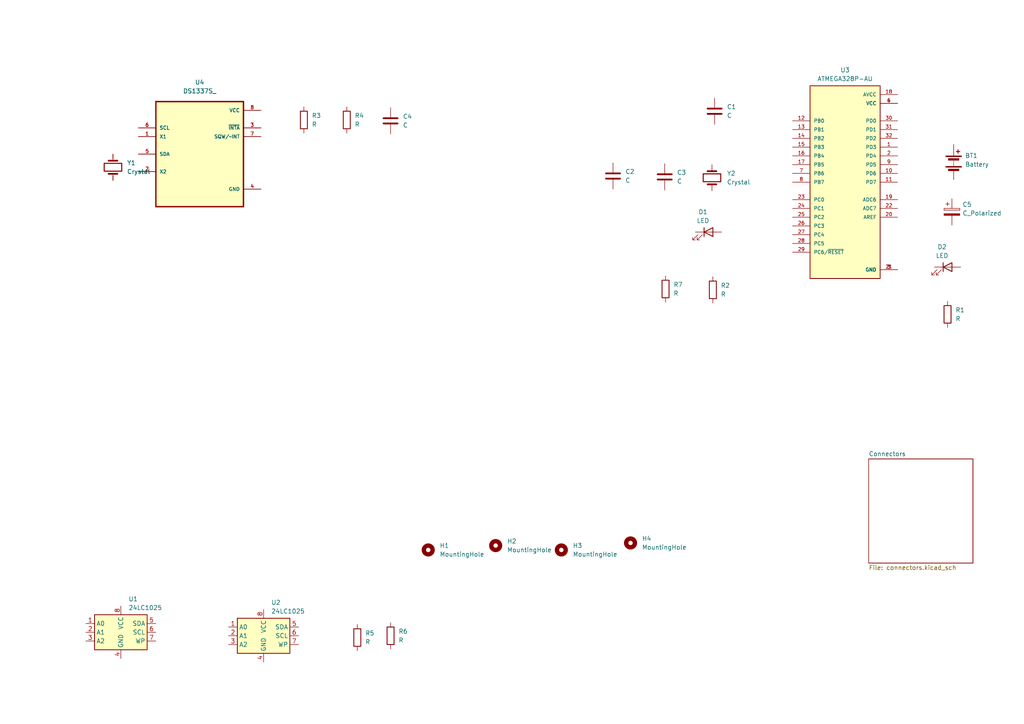
<source format=kicad_sch>
(kicad_sch (version 20231120) (generator "eeschema") (generator_version "8.0")
  (paper "A4")
  (title_block (title "${project}") (date "2024-05-10") (rev "1"))
  (lib_symbols
    (symbol "ATMEGA328P-AU:ATMEGA328P-AU" (pin_names (offset 1.016))
      (property "Reference" "U" (at -10.1755 29.2546 0))
      (property "Value" "ATMEGA328P-AU" (at -10.1669 -31.7714 0))
      (symbol "ATMEGA328P-AU_0_0"
        (rectangle (start -10.16 -27.94) (end 10.16 27.94) (stroke (width 0.254)) (fill (type background)))
        (pin bidirectional line (at 15.24 10.16 180) (length 5.08) (name "PD3") (number "1"))
        (pin bidirectional line (at 15.24 2.54 180) (length 5.08) (name "PD6") (number "10"))
        (pin bidirectional line (at 15.24 0 180) (length 5.08) (name "PD7") (number "11"))
        (pin bidirectional line (at -15.24 17.78 0) (length 5.08) (name "PB0") (number "12"))
        (pin bidirectional line (at -15.24 15.24 0) (length 5.08) (name "PB1") (number "13"))
        (pin bidirectional line (at -15.24 12.7 0) (length 5.08) (name "PB2") (number "14"))
        (pin bidirectional line (at -15.24 10.16 0) (length 5.08) (name "PB3") (number "15"))
        (pin bidirectional line (at -15.24 7.62 0) (length 5.08) (name "PB4") (number "16"))
        (pin bidirectional line (at -15.24 5.08 0) (length 5.08) (name "PB5") (number "17"))
        (pin power_in line (at 15.24 25.4 180) (length 5.08) (name "AVCC") (number "18"))
        (pin bidirectional line (at 15.24 -5.08 180) (length 5.08) (name "ADC6") (number "19"))
        (pin bidirectional line (at 15.24 7.62 180) (length 5.08) (name "PD4") (number "2"))
        (pin input line (at 15.24 -10.16 180) (length 5.08) (name "AREF") (number "20"))
        (pin power_in line (at 15.24 -25.4 180) (length 5.08) (name "GND") (number "21"))
        (pin bidirectional line (at 15.24 -7.62 180) (length 5.08) (name "ADC7") (number "22"))
        (pin bidirectional line (at -15.24 -5.08 0) (length 5.08) (name "PC0") (number "23"))
        (pin bidirectional line (at -15.24 -7.62 0) (length 5.08) (name "PC1") (number "24"))
        (pin bidirectional line (at -15.24 -10.16 0) (length 5.08) (name "PC2") (number "25"))
        (pin bidirectional line (at -15.24 -12.7 0) (length 5.08) (name "PC3") (number "26"))
        (pin bidirectional line (at -15.24 -15.24 0) (length 5.08) (name "PC4") (number "27"))
        (pin bidirectional line (at -15.24 -17.78 0) (length 5.08) (name "PC5") (number "28"))
        (pin bidirectional line (at -15.24 -20.32 0) (length 5.08) (name "PC6/~{RESET}") (number "29"))
        (pin power_in line (at 15.24 -25.4 180) (length 5.08) (name "GND") (number "3"))
        (pin bidirectional line (at 15.24 17.78 180) (length 5.08) (name "PD0") (number "30"))
        (pin bidirectional line (at 15.24 15.24 180) (length 5.08) (name "PD1") (number "31"))
        (pin bidirectional line (at 15.24 12.7 180) (length 5.08) (name "PD2") (number "32"))
        (pin power_in line (at 15.24 22.86 180) (length 5.08) (name "VCC") (number "4"))
        (pin power_in line (at 15.24 -25.4 180) (length 5.08) (name "GND") (number "5"))
        (pin power_in line (at 15.24 22.86 180) (length 5.08) (name "VCC") (number "6"))
        (pin bidirectional line (at -15.24 2.54 0) (length 5.08) (name "PB6") (number "7"))
        (pin bidirectional line (at -15.24 0 0) (length 5.08) (name "PB7") (number "8"))
        (pin bidirectional line (at 15.24 5.08 180) (length 5.08) (name "PD5") (number "9"))
      )
    )
    (symbol "DS1337S_:DS1337S_" (pin_names (offset 1.016))
      (property "Reference" "U" (at -12.7 16.24 0))
      (property "Value" "DS1337S_" (at -12.7 -19.24 0))
      (symbol "DS1337S__0_0"
        (rectangle (start -12.7 -15.24) (end 12.7 15.24) (stroke (width 0.41)) (fill (type background)))
        (pin input line (at -17.78 5.08 0) (length 5.08) (name "X1") (number "1"))
        (pin bidirectional line (at -17.78 -5.08 0) (length 5.08) (name "X2") (number "2"))
        (pin output line (at 17.78 7.62 180) (length 5.08) (name "~{INTA}") (number "3"))
        (pin power_in line (at 17.78 -10.16 180) (length 5.08) (name "GND") (number "4"))
        (pin bidirectional line (at -17.78 0 0) (length 5.08) (name "SDA") (number "5"))
        (pin input line (at -17.78 7.62 0) (length 5.08) (name "SCL") (number "6"))
        (pin output line (at 17.78 5.08 180) (length 5.08) (name "SQW/~INT") (number "7"))
        (pin power_in line (at 17.78 12.7 180) (length 5.08) (name "VCC") (number "8"))
      )
    )
    (symbol "Device:Battery" (pin_numbers hide) (pin_names (offset 0) hide)
      (property "Reference" "BT" (at 2.54 2.54 0))
      (property "Value" "Battery" (at 2.54 0 0))
      (symbol "Battery_0_1"
        (rectangle (start -2.286 -1.27) (end 2.286 -1.524) (fill (type outline)))
        (rectangle (start -2.286 1.778) (end 2.286 1.524) (fill (type outline)))
        (rectangle (start -1.524 -2.032) (end 1.524 -2.54) (fill (type outline)))
        (rectangle (start -1.524 1.016) (end 1.524 0.508) (fill (type outline)))
        (polyline (pts (xy 0 -1.016) (xy 0 -0.762)))
        (polyline (pts (xy 0 -0.508) (xy 0 -0.254)))
        (polyline (pts (xy 0 0) (xy 0 0.254)))
        (polyline (pts (xy 0 1.778) (xy 0 2.54)))
        (polyline (pts (xy 0.762 3.048) (xy 1.778 3.048)) (stroke (width 0.254)))
        (polyline (pts (xy 1.27 3.556) (xy 1.27 2.54)) (stroke (width 0.254)))
      )
      (symbol "Battery_1_1"
        (pin passive line (at 0 5.08 270) (length 2.54) (name "+") (number "1"))
        (pin passive line (at 0 -5.08 90) (length 2.54) (name "-") (number "2"))
      )
    )
    (symbol "Device:C" (pin_numbers hide) (pin_names (offset 0.254))
      (property "Reference" "C" (at 0.635 2.54 0))
      (property "Value" "C" (at 0.635 -2.54 0))
      (symbol "C_0_1"
        (polyline (pts (xy -2.032 -0.762) (xy 2.032 -0.762)) (stroke (width 0.508)))
        (polyline (pts (xy -2.032 0.762) (xy 2.032 0.762)) (stroke (width 0.508)))
      )
      (symbol "C_1_1"
        (pin passive line (at 0 3.81 270) (length 2.794) (name "~") (number "1"))
        (pin passive line (at 0 -3.81 90) (length 2.794) (name "~") (number "2"))
      )
    )
    (symbol "Device:C_Polarized" (pin_numbers hide) (pin_names (offset 0.254))
      (property "Reference" "C" (at 0.635 2.54 0))
      (property "Value" "C_Polarized" (at 0.635 -2.54 0))
      (symbol "C_Polarized_0_1"
        (rectangle (start -2.286 0.508) (end 2.286 1.016))
        (polyline (pts (xy -1.778 2.286) (xy -0.762 2.286)))
        (polyline (pts (xy -1.27 2.794) (xy -1.27 1.778)))
        (rectangle (start 2.286 -0.508) (end -2.286 -1.016) (fill (type outline)))
      )
      (symbol "C_Polarized_1_1"
        (pin passive line (at 0 3.81 270) (length 2.794) (name "~") (number "1"))
        (pin passive line (at 0 -3.81 90) (length 2.794) (name "~") (number "2"))
      )
    )
    (symbol "Device:Crystal" (pin_numbers hide) (pin_names (offset 1.016) hide)
      (property "Reference" "Y" (at 0 3.81 0))
      (property "Value" "Crystal" (at 0 -3.81 0))
      (symbol "Crystal_0_1"
        (rectangle (start -1.143 2.54) (end 1.143 -2.54) (stroke (width 0.3048)))
        (polyline (pts (xy -2.54 0) (xy -1.905 0)))
        (polyline (pts (xy -1.905 -1.27) (xy -1.905 1.27)) (stroke (width 0.508)))
        (polyline (pts (xy 1.905 -1.27) (xy 1.905 1.27)) (stroke (width 0.508)))
        (polyline (pts (xy 2.54 0) (xy 1.905 0)))
      )
      (symbol "Crystal_1_1"
        (pin passive line (at -3.81 0 0) (length 1.27) (name "1") (number "1"))
        (pin passive line (at 3.81 0 180) (length 1.27) (name "2") (number "2"))
      )
    )
    (symbol "Device:LED" (pin_numbers hide) (pin_names (offset 1.016) hide)
      (property "Reference" "D" (at 0 2.54 0))
      (property "Value" "LED" (at 0 -2.54 0))
      (symbol "LED_0_1"
        (polyline (pts (xy -1.27 -1.27) (xy -1.27 1.27)) (stroke (width 0.254)))
        (polyline (pts (xy -1.27 0) (xy 1.27 0)))
        (polyline (pts (xy 1.27 -1.27) (xy 1.27 1.27) (xy -1.27 0) (xy 1.27 -1.27)) (stroke (width 0.254)))
        (polyline (pts (xy -3.048 -0.762) (xy -4.572 -2.286) (xy -3.81 -2.286) (xy -4.572 -2.286) (xy -4.572 -1.524)))
        (polyline (pts (xy -1.778 -0.762) (xy -3.302 -2.286) (xy -2.54 -2.286) (xy -3.302 -2.286) (xy -3.302 -1.524)))
      )
      (symbol "LED_1_1"
        (pin passive line (at -3.81 0 0) (length 2.54) (name "K") (number "1"))
        (pin passive line (at 3.81 0 180) (length 2.54) (name "A") (number "2"))
      )
    )
    (symbol "Device:R" (pin_numbers hide) (pin_names (offset 0))
      (property "Reference" "R" (at 2.032 0 90))
      (property "Value" "R" (at 0 0 90))
      (symbol "R_0_1"
        (rectangle (start -1.016 -2.54) (end 1.016 2.54) (stroke (width 0.254)))
      )
      (symbol "R_1_1"
        (pin passive line (at 0 3.81 270) (length 1.27) (name "~") (number "1"))
        (pin passive line (at 0 -3.81 90) (length 1.27) (name "~") (number "2"))
      )
    )
    (symbol "Mechanical:MountingHole" (pin_names (offset 1.016)) (exclude_from_sim yes) (in_bom no)
      (property "Reference" "H" (at 0 5.08 0))
      (property "Value" "MountingHole" (at 0 3.175 0))
      (symbol "MountingHole_0_1"
        (circle (center 0 0) (radius 1.27) (stroke (width 1.27)))
      )
    )
    (symbol "Memory_EEPROM:24LC1025"
      (property "Reference" "U" (at -6.35 6.35 0))
      (property "Value" "24LC1025" (at 1.27 6.35 0))
      (symbol "24LC1025_1_1"
        (rectangle (start -7.62 5.08) (end 7.62 -5.08) (stroke (width 0.254)) (fill (type background)))
        (pin input line (at -10.16 2.54 0) (length 2.54) (name "A0") (number "1"))
        (pin input line (at -10.16 0 0) (length 2.54) (name "A1") (number "2"))
        (pin input line (at -10.16 -2.54 0) (length 2.54) (name "A2") (number "3"))
        (pin power_in line (at 0 -7.62 90) (length 2.54) (name "GND") (number "4"))
        (pin bidirectional line (at 10.16 2.54 180) (length 2.54) (name "SDA") (number "5"))
        (pin input line (at 10.16 0 180) (length 2.54) (name "SCL") (number "6"))
        (pin input line (at 10.16 -2.54 180) (length 2.54) (name "WP") (number "7"))
        (pin power_in line (at 0 7.62 270) (length 2.54) (name "VCC") (number "8"))
      )
    )
  )
  (symbol (lib_id "Device:Crystal") (at 32.766 48.514 90) (unit 1)
    (property "Reference" "Y1" (at 36.83 47.2439 90) (effects (justify right)))
    (property "Value" "Crystal" (at 36.83 49.7839 90) (effects (justify right)))
    (property "Description" "Two pin crystal" (effects (hide yes)))
  )
  (symbol (lib_id "Device:R") (at 100.584 34.798 0) (unit 1)
    (property "Reference" "R4" (at 102.87 33.5279 0) (effects (justify left)))
    (property "Value" "R" (at 102.87 36.0679 0) (effects (justify left)))
    (property "Description" "Resistor" (effects (hide yes)))
  )
  (symbol (lib_id "Mechanical:MountingHole") (at 143.764 158.242 0) (unit 1) (exclude_from_sim yes) (in_bom no)
    (property "Reference" "H2" (at 147.066 156.9719 0) (effects (justify left)))
    (property "Value" "MountingHole" (at 147.066 159.5119 0) (effects (justify left)))
    (property "Description" "Mounting Hole without connection" (effects (hide yes)))
  )
  (symbol (lib_id "Mechanical:MountingHole") (at 162.814 159.512 0) (unit 1) (exclude_from_sim yes) (in_bom no)
    (property "Reference" "H3" (at 166.116 158.2419 0) (effects (justify left)))
    (property "Value" "MountingHole" (at 166.116 160.7819 0) (effects (justify left)))
    (property "Description" "Mounting Hole without connection" (effects (hide yes)))
  )
  (symbol (lib_id "Device:Battery") (at 276.606 46.99 0) (unit 1)
    (property "Reference" "BT1" (at 279.908 45.1484 0) (effects (justify left)))
    (property "Value" "Battery" (at 279.908 47.6884 0) (effects (justify left)))
    (property "Description" "Multiple-cell battery" (effects (hide yes)))
  )
  (symbol (lib_id "Device:R") (at 274.828 91.186 0) (unit 1)
    (property "Reference" "R1" (at 277.114 89.9159 0) (effects (justify left)))
    (property "Value" "R" (at 277.114 92.4559 0) (effects (justify left)))
    (property "Description" "Resistor" (effects (hide yes)))
  )
  (symbol (lib_id "Device:C_Polarized") (at 276.098 61.468 0) (unit 1)
    (property "Reference" "C5" (at 279.146 59.3089 0) (effects (justify left)))
    (property "Value" "C_Polarized" (at 279.146 61.8489 0) (effects (justify left)))
    (property "Description" "Polarized capacitor" (effects (hide yes)))
  )
  (symbol (lib_id "Device:C") (at 192.786 51.308 0) (unit 1)
    (property "Reference" "C3" (at 196.342 50.0379 0) (effects (justify left)))
    (property "Value" "C" (at 196.342 52.5779 0) (effects (justify left)))
    (property "Description" "Unpolarized capacitor" (effects (hide yes)))
  )
  (symbol (lib_id "ATMEGA328P-AU:ATMEGA328P-AU") (at 245.11 52.832 0) (unit 1)
    (property "Reference" "U3" (at 245.11 20.32 0))
    (property "Value" "ATMEGA328P-AU" (at 245.11 22.86 0))
    (property "Footprint" "ATMEGA328P-AU:QFP80P900X900X120-32N" (effects (hide yes)))
    (property "MF" "Microchip" (effects (hide yes)))
    (property "MAXIMUM_PACKAGE_HEIGHT" "1.20mm" (effects (hide yes)))
    (property "Package" "TQFP-32 Microchip" (effects (hide yes)))
    (property "Price" "None" (effects (hide yes)))
    (property "Check_prices" "https://www.snapeda.com/parts/ATMEGA328P-AU/Microchip/view-part/?ref=eda" (effects (hide yes)))
    (property "STANDARD" "IPC-7351B" (effects (hide yes)))
    (property "PARTREV" "8271A" (effects (hide yes)))
    (property "SnapEDA_Link" "https://www.snapeda.com/parts/ATMEGA328P-AU/Microchip/view-part/?ref=snap" (effects (hide yes)))
    (property "MP" "ATMEGA328P-AU" (effects (hide yes)))
    (property "Purchase-URL" "https://www.snapeda.com/api/url_track_click_mouser/?unipart_id=44280&manufacturer=Microchip&part_name=ATMEGA328P-AU&search_term=atmega328p-au" (effects (hide yes)))
    (property "Description_1" "\nAVR AVR® ATmega Microcontroller IC 8-Bit 20MHz 32KB (16K x 16) FLASH 32-TQFP (7x7)\n" (effects (hide yes)))
    (property "Availability" "In Stock" (effects (hide yes)))
    (property "MANUFACTURER" "Microchip" (effects (hide yes)))
  )
  (symbol (lib_id "Device:Crystal") (at 206.502 51.562 90) (unit 1)
    (property "Reference" "Y2" (at 210.82 50.2919 90) (effects (justify right)))
    (property "Value" "Crystal" (at 210.82 52.8319 90) (effects (justify right)))
    (property "Description" "Two pin crystal" (effects (hide yes)))
  )
  (symbol (lib_id "Device:C") (at 113.284 35.052 0) (unit 1)
    (property "Reference" "C4" (at 116.84 33.7819 0) (effects (justify left)))
    (property "Value" "C" (at 116.84 36.3219 0) (effects (justify left)))
    (property "Description" "Unpolarized capacitor" (effects (hide yes)))
  )
  (symbol (lib_id "Device:R") (at 103.632 184.912 0) (unit 1)
    (property "Reference" "R5" (at 105.918 183.6419 0) (effects (justify left)))
    (property "Value" "R" (at 105.918 186.1819 0) (effects (justify left)))
    (property "Description" "Resistor" (effects (hide yes)))
  )
  (symbol (lib_id "Device:R") (at 113.284 184.404 0) (unit 1)
    (property "Reference" "R6" (at 115.57 183.1339 0) (effects (justify left)))
    (property "Value" "R" (at 115.57 185.6739 0) (effects (justify left)))
    (property "Description" "Resistor" (effects (hide yes)))
  )
  (symbol (lib_id "Mechanical:MountingHole") (at 182.88 157.48 0) (unit 1) (exclude_from_sim yes) (in_bom no)
    (property "Reference" "H4" (at 186.182 156.2099 0) (effects (justify left)))
    (property "Value" "MountingHole" (at 186.182 158.7499 0) (effects (justify left)))
    (property "Description" "Mounting Hole without connection" (effects (hide yes)))
  )
  (symbol (lib_id "Mechanical:MountingHole") (at 124.206 159.512 0) (unit 1) (exclude_from_sim yes) (in_bom no)
    (property "Reference" "H1" (at 127.508 158.2419 0) (effects (justify left)))
    (property "Value" "MountingHole" (at 127.508 160.7819 0) (effects (justify left)))
    (property "Description" "Mounting Hole without connection" (effects (hide yes)))
  )
  (symbol (lib_id "Memory_EEPROM:24LC1025") (at 76.454 184.404 0) (unit 1)
    (property "Reference" "U2" (at 78.6481 174.752 0) (effects (justify left)))
    (property "Value" "24LC1025" (at 78.6481 177.292 0) (effects (justify left)))
    (property "Datasheet" "http://ww1.microchip.com/downloads/en/DeviceDoc/21941B.pdf" (effects (hide yes)))
    (property "Description" "I2C Serial EEPROM, 1024Kb, DIP-8/SOIC-8/TSSOP-8/DFN-8" (effects (hide yes)))
  )
  (symbol (lib_id "Device:C") (at 177.8 51.054 0) (unit 1)
    (property "Reference" "C2" (at 181.356 49.7839 0) (effects (justify left)))
    (property "Value" "C" (at 181.356 52.3239 0) (effects (justify left)))
    (property "Description" "Unpolarized capacitor" (effects (hide yes)))
  )
  (symbol (lib_id "Device:R") (at 206.756 84.074 0) (unit 1)
    (property "Reference" "R2" (at 209.042 82.8039 0) (effects (justify left)))
    (property "Value" "R" (at 209.042 85.3439 0) (effects (justify left)))
    (property "Description" "Resistor" (effects (hide yes)))
  )
  (symbol (lib_id "Device:R") (at 88.138 34.798 0) (unit 1)
    (property "Reference" "R3" (at 90.424 33.5279 0) (effects (justify left)))
    (property "Value" "R" (at 90.424 36.0679 0) (effects (justify left)))
    (property "Description" "Resistor" (effects (hide yes)))
  )
  (symbol (lib_id "Memory_EEPROM:24LC1025") (at 35.052 183.388 0) (unit 1)
    (property "Reference" "U1" (at 37.2461 173.736 0) (effects (justify left)))
    (property "Value" "24LC1025" (at 37.2461 176.276 0) (effects (justify left)))
    (property "Datasheet" "http://ww1.microchip.com/downloads/en/DeviceDoc/21941B.pdf" (effects (hide yes)))
    (property "Description" "I2C Serial EEPROM, 1024Kb, DIP-8/SOIC-8/TSSOP-8/DFN-8" (effects (hide yes)))
  )
  (symbol (lib_id "Device:C") (at 207.264 32.258 0) (unit 1)
    (property "Reference" "C1" (at 210.82 30.9879 0) (effects (justify left)))
    (property "Value" "C" (at 210.82 33.5279 0) (effects (justify left)))
    (property "Description" "Unpolarized capacitor" (effects (hide yes)))
  )
  (symbol (lib_id "DS1337S_:DS1337S_") (at 57.912 44.704 0) (unit 1)
    (property "Reference" "U4" (at 57.912 23.876 0))
    (property "Value" "DS1337S_" (at 57.912 26.416 0))
    (property "Footprint" "DS1337S_:SOIC127P600X175-8N" (effects (hide yes)))
    (property "MF" "Analog Devices" (effects (hide yes)))
    (property "Description_1" "\nReal Time Clock (RTC) IC Clock/Calendar - I²C, 2-Wire Serial 8-SOIC (0.154, 3.90mm Width)\n" (effects (hide yes)))
    (property "Package" "SOIC-8 Maxim" (effects (hide yes)))
    (property "Price" "None" (effects (hide yes)))
    (property "SnapEDA_Link" "https://www.snapeda.com/parts/DS1337S/Analog+Devices/view-part/?ref=snap" (effects (hide yes)))
    (property "MP" "DS1337S" (effects (hide yes)))
    (property "Purchase-URL" "https://www.snapeda.com/api/url_track_click_mouser/?unipart_id=2748190&manufacturer=Analog Devices&part_name=DS1337S&search_term=ds1337s" (effects (hide yes)))
    (property "Availability" "In Stock" (effects (hide yes)))
    (property "Check_prices" "https://www.snapeda.com/parts/DS1337S/Analog+Devices/view-part/?ref=eda" (effects (hide yes)))
  )
  (symbol (lib_id "Device:LED") (at 274.828 77.47 0) (unit 1)
    (property "Reference" "D2" (at 273.2405 71.628 0))
    (property "Value" "LED" (at 273.2405 74.168 0))
    (property "Description" "Light emitting diode" (effects (hide yes)))
  )
  (symbol (lib_id "Device:R") (at 193.04 83.82 0) (unit 1)
    (property "Reference" "R7" (at 195.326 82.5499 0) (effects (justify left)))
    (property "Value" "R" (at 195.326 85.0899 0) (effects (justify left)))
    (property "Description" "Resistor" (effects (hide yes)))
  )
  (symbol (lib_id "Device:LED") (at 205.486 67.31 0) (unit 1)
    (property "Reference" "D1" (at 203.8985 61.468 0))
    (property "Value" "LED" (at 203.8985 64.008 0))
    (property "Description" "Light emitting diode" (effects (hide yes)))
  )
  (sheet (at 251.968 133.096) (size 30.226 30.226) (stroke (width 0.1524))
    (property "Sheetname" "Connectors" (at 251.968 132.3844 0) (effects (justify left bottom)))
    (property "Sheetfile" "connectors.kicad_sch" (at 251.968 163.9066 0) (effects (justify left top)))
  )
)
</source>
